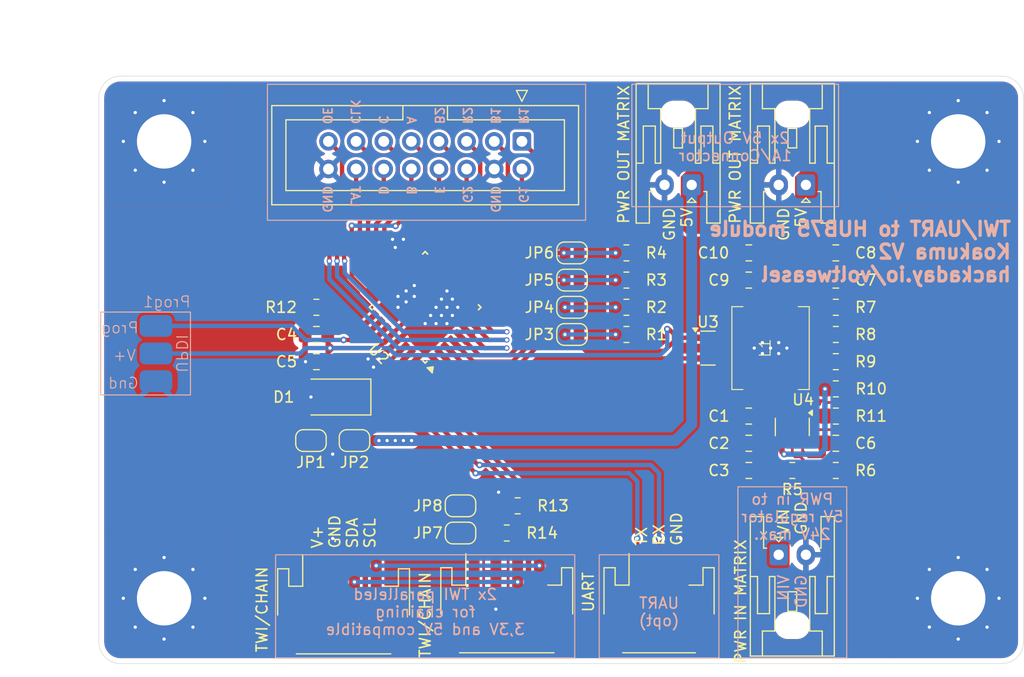
<source format=kicad_pcb>
(kicad_pcb
	(version 20240108)
	(generator "pcbnew")
	(generator_version "8.0")
	(general
		(thickness 1.6)
		(legacy_teardrops no)
	)
	(paper "A4")
	(layers
		(0 "F.Cu" signal)
		(31 "B.Cu" signal)
		(32 "B.Adhes" user "B.Adhesive")
		(33 "F.Adhes" user "F.Adhesive")
		(34 "B.Paste" user)
		(35 "F.Paste" user)
		(36 "B.SilkS" user "B.Silkscreen")
		(37 "F.SilkS" user "F.Silkscreen")
		(38 "B.Mask" user)
		(39 "F.Mask" user)
		(40 "Dwgs.User" user "User.Drawings")
		(41 "Cmts.User" user "User.Comments")
		(42 "Eco1.User" user "User.Eco1")
		(43 "Eco2.User" user "User.Eco2")
		(44 "Edge.Cuts" user)
		(45 "Margin" user)
		(46 "B.CrtYd" user "B.Courtyard")
		(47 "F.CrtYd" user "F.Courtyard")
		(48 "B.Fab" user)
		(49 "F.Fab" user)
		(50 "User.1" user)
		(51 "User.2" user)
		(52 "User.3" user)
		(53 "User.4" user)
		(54 "User.5" user)
		(55 "User.6" user)
		(56 "User.7" user)
		(57 "User.8" user)
		(58 "User.9" user)
	)
	(setup
		(pad_to_mask_clearance 0)
		(allow_soldermask_bridges_in_footprints no)
		(pcbplotparams
			(layerselection 0x00010fc_ffffffff)
			(plot_on_all_layers_selection 0x0000000_00000000)
			(disableapertmacros no)
			(usegerberextensions no)
			(usegerberattributes yes)
			(usegerberadvancedattributes yes)
			(creategerberjobfile yes)
			(dashed_line_dash_ratio 12.000000)
			(dashed_line_gap_ratio 3.000000)
			(svgprecision 4)
			(plotframeref no)
			(viasonmask no)
			(mode 1)
			(useauxorigin no)
			(hpglpennumber 1)
			(hpglpenspeed 20)
			(hpglpendiameter 15.000000)
			(pdf_front_fp_property_popups yes)
			(pdf_back_fp_property_popups yes)
			(dxfpolygonmode yes)
			(dxfimperialunits yes)
			(dxfusepcbnewfont yes)
			(psnegative no)
			(psa4output no)
			(plotreference yes)
			(plotvalue yes)
			(plotfptext yes)
			(plotinvisibletext no)
			(sketchpadsonfab no)
			(subtractmaskfromsilk no)
			(outputformat 1)
			(mirror no)
			(drillshape 1)
			(scaleselection 1)
			(outputdirectory "")
		)
	)
	(net 0 "")
	(net 1 "GND")
	(net 2 "+5V")
	(net 3 "Net-(D1-K)")
	(net 4 "VDD")
	(net 5 "Net-(J1-Pin_1)")
	(net 6 "E")
	(net 7 "D")
	(net 8 "UART_RX")
	(net 9 "UART_TX")
	(net 10 "SCL")
	(net 11 "SDA")
	(net 12 "A0")
	(net 13 "B")
	(net 14 "B1")
	(net 15 "G2")
	(net 16 "LAT")
	(net 17 "R1")
	(net 18 "R2")
	(net 19 "CLK")
	(net 20 "A")
	(net 21 "G1")
	(net 22 "OE")
	(net 23 "B2")
	(net 24 "C")
	(net 25 "A1")
	(net 26 "A2")
	(net 27 "A3")
	(net 28 "UPDI")
	(net 29 "Net-(U4-SW)")
	(net 30 "unconnected-(U2-VREFA{slash}PD7-Pad17)")
	(net 31 "unconnected-(U2-PD6-Pad16)")
	(net 32 "Net-(U4-BOOT)")
	(net 33 "Net-(U4-EN)")
	(net 34 "Net-(R7-Pad2)")
	(net 35 "Net-(U4-FB)")
	(net 36 "Net-(R10-Pad2)")
	(net 37 "Temp")
	(net 38 "Net-(U2-~{RESET}{slash}PF6)")
	(net 39 "Net-(JP7-A)")
	(net 40 "unconnected-(U2-PF5-Pad25)")
	(net 41 "Net-(JP8-A)")
	(footprint "Capacitor_SMD:C_0805_2012Metric_Pad1.18x1.45mm_HandSolder" (layer "F.Cu") (at 149.75 58.75))
	(footprint "Resistor_SMD:R_0805_2012Metric_Pad1.20x1.40mm_HandSolder" (layer "F.Cu") (at 128.5 79.5))
	(footprint "Kicad_Libs:ECS_Coil" (layer "F.Cu") (at 151.75 65 90))
	(footprint "Connector_JST:JST_PH_S3B-PH-SM4-TB_1x03-1MP_P2.00mm_Horizontal" (layer "F.Cu") (at 141.5 88.5))
	(footprint "Resistor_SMD:R_0805_2012Metric_Pad1.20x1.40mm_HandSolder" (layer "F.Cu") (at 157.75 76.25))
	(footprint "Connector_JST:JST_XA_S02B-XASK-1_1x02_P2.50mm_Horizontal" (layer "F.Cu") (at 152.5 84))
	(footprint "Capacitor_SMD:C_0805_2012Metric_Pad1.18x1.45mm_HandSolder" (layer "F.Cu") (at 110 66.25))
	(footprint "Resistor_SMD:R_0805_2012Metric_Pad1.20x1.40mm_HandSolder" (layer "F.Cu") (at 138.5 58.75))
	(footprint "Resistor_SMD:R_0805_2012Metric_Pad1.20x1.40mm_HandSolder" (layer "F.Cu") (at 157.75 63.75 180))
	(footprint "Jumper:SolderJumper-2_P1.3mm_Open_RoundedPad1.0x1.5mm" (layer "F.Cu") (at 123.25 82 180))
	(footprint "Jumper:SolderJumper-2_P1.3mm_Open_RoundedPad1.0x1.5mm" (layer "F.Cu") (at 113.5 73.5))
	(footprint "Package_QFP:TQFP-32_7x7mm_P0.8mm" (layer "F.Cu") (at 120 61.25 135))
	(footprint "Jumper:SolderJumper-2_P1.3mm_Open_RoundedPad1.0x1.5mm" (layer "F.Cu") (at 123.25 79.5 180))
	(footprint "Jumper:SolderJumper-2_P1.3mm_Open_RoundedPad1.0x1.5mm" (layer "F.Cu") (at 133.5 61.25))
	(footprint "Capacitor_SMD:C_0805_2012Metric_Pad1.18x1.45mm_HandSolder" (layer "F.Cu") (at 149.75 73.75))
	(footprint "Resistor_SMD:R_0805_2012Metric_Pad1.20x1.40mm_HandSolder" (layer "F.Cu") (at 138.5 61.25))
	(footprint "Connector_JST:JST_PH_S4B-PH-SM4-TB_1x04-1MP_P2.00mm_Horizontal" (layer "F.Cu") (at 112.5 88.6))
	(footprint "Resistor_SMD:R_0805_2012Metric_Pad1.20x1.40mm_HandSolder" (layer "F.Cu") (at 157.75 71.25))
	(footprint "Package_TO_SOT_SMD:SOT-23-6" (layer "F.Cu") (at 153.75 72.25 -90))
	(footprint "Capacitor_SMD:C_0805_2012Metric_Pad1.18x1.45mm_HandSolder" (layer "F.Cu") (at 110 63.75))
	(footprint "Resistor_SMD:R_0805_2012Metric_Pad1.20x1.40mm_HandSolder" (layer "F.Cu") (at 110 61.25))
	(footprint "Diode_SMD:D_SMA" (layer "F.Cu") (at 111.5 69.5 180))
	(footprint "Resistor_SMD:R_0805_2012Metric_Pad1.20x1.40mm_HandSolder" (layer "F.Cu") (at 138.5 63.75))
	(footprint "Jumper:SolderJumper-2_P1.3mm_Open_RoundedPad1.0x1.5mm" (layer "F.Cu") (at 109.5 73.5 180))
	(footprint "Connector_JST:JST_PH_S4B-PH-SM4-TB_1x04-1MP_P2.00mm_Horizontal" (layer "F.Cu") (at 127.5 88.5))
	(footprint "Jumper:SolderJumper-2_P1.3mm_Open_RoundedPad1.0x1.5mm" (layer "F.Cu") (at 133.5 63.75))
	(footprint "Capacitor_SMD:C_0805_2012Metric_Pad1.18x1.45mm_HandSolder" (layer "F.Cu") (at 157.75 73.75 180))
	(footprint "Connector_JST:JST_XA_S02B-XASK-1_1x02_P2.50mm_Horizontal" (layer "F.Cu") (at 144.5 50 180))
	(footprint "Resistor_SMD:R_0805_2012Metric_Pad1.20x1.40mm_HandSolder" (layer "F.Cu") (at 127.5 82))
	(footprint "Resistor_SMD:R_0805_2012Metric_Pad1.20x1.40mm_HandSolder" (layer "F.Cu") (at 138.5 56.25))
	(footprint "Kicad_Libs:Formfactor" (layer "F.Cu") (at 135 44))
	(footprint "Connector_IDC:IDC-Header_2x08_P2.54mm_Vertical"
		(layer "F.Cu")
		(uuid "94b6707a-0d7e-41ed-927a-e4c6db00a142")
		(at 128.89 45.9975 -90)
		(descr "Through hole IDC box header, 2x08, 2.54mm pitch, DIN 41651 / IEC 60603-13, double rows, https://docs.google.com/spreadsheets/d/16SsEcesNF15N3Lb4niX7dcUr-NY5_MFPQhobNuNppn4/edit#gid=0")
		(tags "Through hole vertical IDC box header THT 2x08 2.54mm double row")
		(property "Reference" "J5"
			(at 1.27 -6.1 90)
			(layer "F.SilkS")
			(hide yes)
			(uuid "ec08c55b-8db5-4a7d-9649-8a505526b4de")
			(effects
				(font
					(size 1 1)
					(thickness 0.15)
				)
			)
		)
		(property "Value" "HUB75 OUT"
			(at 1.27 23.88 90)
			(layer "F.Fab")
			(uuid "fa820115-7d09-46ad-a391-eddaa65a48ec")
			(effects
				(font
					(size 1 1)
					(thickness 0.15)
				)
			)
		)
		(property "Footprint" "Connector_IDC:IDC-Header_2x08_P2.54mm_Vertical"
			(at 0 0 -90)
			(unlocked yes)
			(layer "F.Fab")
			(hide yes)
			(uuid "8c1e251b-f44c-41a4-adb2-59e04710bcb3")
			(effects
				(font
					(size 1.27 1.27)
					(thickness 0.15)
				)
			)
		)
		(property "Datasheet" ""
			(at 0 0 -90)
			(unlocked yes)
			(layer "F.Fab")
			(hide yes)
			(uuid "deff9345-2fe4-4e3a-bbc3-fa3c5bbe26d3")
			(effects
				(font
					(size 1.27 1.27)
					(thickness 0.15)
				)
			)
		)
		(property "Description" "Generic connector, double row, 02x08, odd/even pin numbering scheme (row 1 odd numbers, row 2 even numbers), script generated (kicad-library-utils/schlib/autogen/connector/)"
			(at 0 0 -90)
			(unlocked yes)
			(layer "F.Fab")
			(hide yes)
			(uuid "83048704-afe8-4492-94bd-66b457f5b8a2")
			(effects
				(font
					(size 1.27 1.27)
					(thickness 0.15)
				)
			)
		)
		(property ki_fp_filters "Connector*:*_2x??_*")
		(path "/40dd6754-ddc1-4a0e-a6af-b1a94b812a34")
		(sheetname "Root")
		(sheetfile "MatrixDriver.kicad_sch")
		(attr through_hole)
		(fp_line
			(start -3.29 22.99)
			(end -3.29 -5.21)
			(stroke
				(width 0.12)
				(type solid)
			)
			(layer "F.SilkS")
			(uuid "7bbd0bd1-1de4-4871-9895-746d5f8db4c2")
		)
		(fp_line
			(start 5.83 22.99)
			(end -3.29 22.99)
			(stroke
				(width 0.12)
				(type solid)
			)
			(layer "F.SilkS")
			(uuid "4d957bc3-4f8b-466b-82ff-bb623550a847")
		)
		(fp_line
			(start -1.98 21.69)
			(end -1.98 10.94)
			(stroke
				(width 0.12)
				(type solid)
			)
			(layer "F.SilkS")
			(uuid "3db59309-b963-4470-9ee6-f4df606da1dd")
		)
		(fp_line
			(start 4.52 21.69)
			(end -1.98 21.69)
			(stroke
				(width 0.12)
				(type solid)
			)
			(layer "F.SilkS")
			(uuid "1221738e-5440-4326-b964-96d441b24003")
		)
		(fp_line
			(start -1.98 10.94)
			(end -3.29 10.94)
			(stroke
				(width 0.12)
				(type solid)
			)
			(layer "F.SilkS")
			(uuid "e07eaa9e-d09d-414a-b64e-2c0250d98d33")
		)
		(fp_line
			(start -1.98 10.94)
			(end -1.98 10.94)
			(stroke
				(width 0.12)
				(type solid)
			)
			(layer "F.SilkS")
			(uuid "adff7700-b788-444c-9564-938b4641ccd7")
		)
		(fp_line
			(start -3.29 6.84)
			(end -1.98 6.84)
			(stroke
				(width 0.12)
				(type solid)
			)
			(layer "F.SilkS")
			(uuid "412cde9d-f094-4582-9c97-e34d4f02ab2a")
		)
		(fp_line
			(start -1.98 6.84)
			(end -1.98 -3.91)
			(stroke
				(width 0.12)
				(type solid)
			)
			(layer "F.SilkS")
			(uuid "46852329-384c-4252-8528-0809c73b5626")
		)
		(fp_line
			(start -4.68 0.5)
			(end -3.68 0)
			(stroke
				(width 0.12)
				(type solid)
			)
			(layer "F.SilkS")
			(uuid "5a484b99-683d-42e9-8af0-2c91e2d1238d")
		)
		(fp_line
			(start -3.68 0)
			(end -4.68 -0.5)
			(stroke
				(width 0.12)
				(type solid)
			)
			(layer "F.SilkS")
			(uuid "d5be5f4e-86d1-469c-aeae-a7e2a80878b1")
		)
		(fp_line
			(start -4.68 -0.5)
			(end -4.68 0.5)
			(stroke
				(width 0.12)
				(type solid)
			)
			(layer "F.SilkS")
			(uuid "cac34e33-e9cd-40ca-a8ee-92eb046f2cf3")
		)
		(fp_line
			(start -1.98 -3.91)
			(end 4.52 -3.91
... [364539 chars truncated]
</source>
